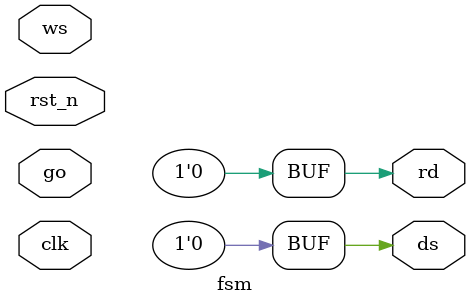
<source format=v>
module fsm(ds,rd,go,ws,clk,rst_n);
  input go,ws;
  input clk,rst_n;
  output reg ds,rd;
  
  parameter [1:0] i = 2'b00,
  				  r = 2'b01,
  				  d = 2'b10,
  				 dn = 2'b11;
  
  reg [1:0] state,next;
  
  always@ (posedge clk , negedge rst_n)begin
  if (!rst_n) state <= i;
   else 		  state <= next;
  end
  
  always@ (state or go or ws)begin
  next = 2'bx ;
  ds = 1'b0;
  rd = 1'b0;
  
  case (state)
    i : begin if(go) next = r;
    	else   next = i;
    end
    
    r :begin    next = d;
    end
    
    d :begin  if(ws) next = r;
    	else   next = dn;
    end
    
    dn :  begin    next = i;
    end
    
  endcase
  
  end
endmodule
    
  
  
</source>
